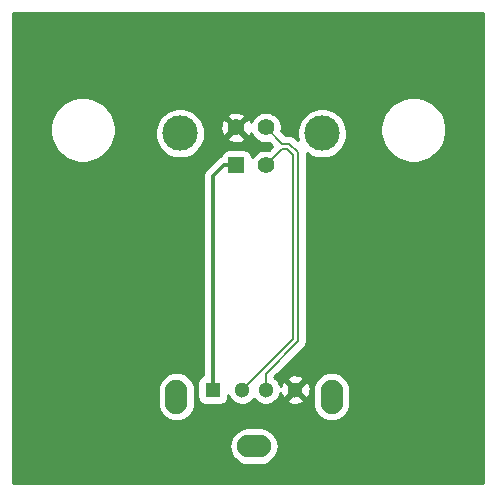
<source format=gbr>
G04 #@! TF.GenerationSoftware,KiCad,Pcbnew,(5.1.4)-1*
G04 #@! TF.CreationDate,2021-04-10T18:28:28-07:00*
G04 #@! TF.ProjectId,front-panel,66726f6e-742d-4706-916e-656c2e6b6963,rev?*
G04 #@! TF.SameCoordinates,Original*
G04 #@! TF.FileFunction,Copper,L1,Top*
G04 #@! TF.FilePolarity,Positive*
%FSLAX46Y46*%
G04 Gerber Fmt 4.6, Leading zero omitted, Abs format (unit mm)*
G04 Created by KiCad (PCBNEW (5.1.4)-1) date 2021-04-10 18:28:28*
%MOMM*%
%LPD*%
G04 APERTURE LIST*
%ADD10O,2.900000X1.900000*%
%ADD11O,1.900000X2.900000*%
%ADD12C,1.300000*%
%ADD13R,1.300000X1.300000*%
%ADD14C,1.400000*%
%ADD15C,3.000000*%
%ADD16R,1.400000X1.400000*%
%ADD17C,0.200000*%
%ADD18C,0.375000*%
%ADD19C,0.254000*%
G04 APERTURE END LIST*
D10*
X100500000Y-106780000D03*
D11*
X107070000Y-102600000D03*
X93930000Y-102600000D03*
D12*
X104000000Y-102000000D03*
X101500000Y-102000000D03*
X99500000Y-102000000D03*
D13*
X97000000Y-102000000D03*
D14*
X101500000Y-83000000D03*
D15*
X106270000Y-80290000D03*
D16*
X99000000Y-83000000D03*
D14*
X101500000Y-79800000D03*
X99000000Y-79800000D03*
D15*
X94230000Y-80290000D03*
D17*
X103775000Y-97725000D02*
X99500000Y-102000000D01*
X103775000Y-82093200D02*
X103775000Y-97725000D01*
X103306800Y-81625000D02*
X103775000Y-82093200D01*
X101500000Y-83000000D02*
X102875000Y-81625000D01*
X102875000Y-81625000D02*
X103306800Y-81625000D01*
D18*
X97925000Y-83000000D02*
X97000000Y-83925000D01*
X99000000Y-83000000D02*
X97925000Y-83000000D01*
X97000000Y-83925000D02*
X97000000Y-102000000D01*
D17*
X102875000Y-81175000D02*
X101500000Y-79800000D01*
X103493200Y-81175000D02*
X102875000Y-81175000D01*
X104225000Y-81906800D02*
X103493200Y-81175000D01*
X104225000Y-97911397D02*
X104225000Y-81906800D01*
X101500000Y-102000000D02*
X101500000Y-100636397D01*
X101500000Y-100636397D02*
X104225000Y-97911397D01*
D19*
G36*
X119873000Y-109873000D02*
G01*
X80127000Y-109873000D01*
X80127000Y-106780000D01*
X98407331Y-106780000D01*
X98437934Y-107090714D01*
X98528566Y-107389488D01*
X98675744Y-107664839D01*
X98873813Y-107906187D01*
X99115161Y-108104256D01*
X99390512Y-108251434D01*
X99689286Y-108342066D01*
X99922136Y-108365000D01*
X101077864Y-108365000D01*
X101310714Y-108342066D01*
X101609488Y-108251434D01*
X101884839Y-108104256D01*
X102126187Y-107906187D01*
X102324256Y-107664839D01*
X102471434Y-107389488D01*
X102562066Y-107090714D01*
X102592669Y-106780000D01*
X102562066Y-106469286D01*
X102471434Y-106170512D01*
X102324256Y-105895161D01*
X102126187Y-105653813D01*
X101884839Y-105455744D01*
X101609488Y-105308566D01*
X101310714Y-105217934D01*
X101077864Y-105195000D01*
X99922136Y-105195000D01*
X99689286Y-105217934D01*
X99390512Y-105308566D01*
X99115161Y-105455744D01*
X98873813Y-105653813D01*
X98675744Y-105895161D01*
X98528566Y-106170512D01*
X98437934Y-106469286D01*
X98407331Y-106780000D01*
X80127000Y-106780000D01*
X80127000Y-102022136D01*
X92345000Y-102022136D01*
X92345000Y-103177863D01*
X92367934Y-103410713D01*
X92458566Y-103709487D01*
X92605744Y-103984838D01*
X92803813Y-104226187D01*
X93045161Y-104424256D01*
X93320512Y-104571434D01*
X93619286Y-104662066D01*
X93930000Y-104692669D01*
X94240713Y-104662066D01*
X94539487Y-104571434D01*
X94814838Y-104424256D01*
X95056187Y-104226187D01*
X95254256Y-103984839D01*
X95401434Y-103709488D01*
X95492066Y-103410714D01*
X95515000Y-103177864D01*
X95515000Y-102022136D01*
X95492066Y-101789286D01*
X95401434Y-101490512D01*
X95326329Y-101350000D01*
X95711928Y-101350000D01*
X95711928Y-102650000D01*
X95724188Y-102774482D01*
X95760498Y-102894180D01*
X95819463Y-103004494D01*
X95898815Y-103101185D01*
X95995506Y-103180537D01*
X96105820Y-103239502D01*
X96225518Y-103275812D01*
X96350000Y-103288072D01*
X97650000Y-103288072D01*
X97774482Y-103275812D01*
X97894180Y-103239502D01*
X98004494Y-103180537D01*
X98101185Y-103101185D01*
X98180537Y-103004494D01*
X98239502Y-102894180D01*
X98275812Y-102774482D01*
X98288072Y-102650000D01*
X98288072Y-102432016D01*
X98361247Y-102608676D01*
X98501875Y-102819140D01*
X98680860Y-102998125D01*
X98891324Y-103138753D01*
X99125179Y-103235619D01*
X99373439Y-103285000D01*
X99626561Y-103285000D01*
X99874821Y-103235619D01*
X100108676Y-103138753D01*
X100319140Y-102998125D01*
X100498125Y-102819140D01*
X100500000Y-102816334D01*
X100501875Y-102819140D01*
X100680860Y-102998125D01*
X100891324Y-103138753D01*
X101125179Y-103235619D01*
X101373439Y-103285000D01*
X101626561Y-103285000D01*
X101874821Y-103235619D01*
X102108676Y-103138753D01*
X102319140Y-102998125D01*
X102431738Y-102885527D01*
X103294078Y-102885527D01*
X103347466Y-103114201D01*
X103577374Y-103220095D01*
X103823524Y-103279102D01*
X104076455Y-103288952D01*
X104326449Y-103249270D01*
X104563896Y-103161578D01*
X104652534Y-103114201D01*
X104705922Y-102885527D01*
X104000000Y-102179605D01*
X103294078Y-102885527D01*
X102431738Y-102885527D01*
X102498125Y-102819140D01*
X102638753Y-102608676D01*
X102735619Y-102374821D01*
X102748294Y-102311100D01*
X102750730Y-102326449D01*
X102838422Y-102563896D01*
X102885799Y-102652534D01*
X103114473Y-102705922D01*
X103820395Y-102000000D01*
X104179605Y-102000000D01*
X104885527Y-102705922D01*
X105114201Y-102652534D01*
X105220095Y-102422626D01*
X105279102Y-102176476D01*
X105285112Y-102022137D01*
X105485000Y-102022137D01*
X105485000Y-103177864D01*
X105507934Y-103410714D01*
X105598566Y-103709488D01*
X105745744Y-103984839D01*
X105943814Y-104226187D01*
X106185162Y-104424256D01*
X106460513Y-104571434D01*
X106759287Y-104662066D01*
X107070000Y-104692669D01*
X107380714Y-104662066D01*
X107679488Y-104571434D01*
X107954839Y-104424256D01*
X108196187Y-104226187D01*
X108394256Y-103984839D01*
X108541434Y-103709488D01*
X108632066Y-103410714D01*
X108655000Y-103177864D01*
X108655000Y-102022136D01*
X108632066Y-101789286D01*
X108541434Y-101490512D01*
X108394256Y-101215161D01*
X108196187Y-100973813D01*
X107954838Y-100775744D01*
X107679487Y-100628566D01*
X107380713Y-100537934D01*
X107070000Y-100507331D01*
X106759286Y-100537934D01*
X106460512Y-100628566D01*
X106185161Y-100775744D01*
X105943813Y-100973813D01*
X105745744Y-101215162D01*
X105598566Y-101490513D01*
X105507934Y-101789287D01*
X105485000Y-102022137D01*
X105285112Y-102022137D01*
X105288952Y-101923545D01*
X105249270Y-101673551D01*
X105161578Y-101436104D01*
X105114201Y-101347466D01*
X104885527Y-101294078D01*
X104179605Y-102000000D01*
X103820395Y-102000000D01*
X103114473Y-101294078D01*
X102885799Y-101347466D01*
X102779905Y-101577374D01*
X102750505Y-101700017D01*
X102735619Y-101625179D01*
X102638753Y-101391324D01*
X102498125Y-101180860D01*
X102431738Y-101114473D01*
X103294078Y-101114473D01*
X104000000Y-101820395D01*
X104705922Y-101114473D01*
X104652534Y-100885799D01*
X104422626Y-100779905D01*
X104176476Y-100720898D01*
X103923545Y-100711048D01*
X103673551Y-100750730D01*
X103436104Y-100838422D01*
X103347466Y-100885799D01*
X103294078Y-101114473D01*
X102431738Y-101114473D01*
X102319140Y-101001875D01*
X102235000Y-100945654D01*
X102235000Y-100940843D01*
X104719197Y-98456647D01*
X104747237Y-98433635D01*
X104770250Y-98405594D01*
X104770253Y-98405591D01*
X104795117Y-98375294D01*
X104839087Y-98321717D01*
X104907337Y-98194030D01*
X104949365Y-98055482D01*
X104960000Y-97947502D01*
X104960000Y-97947501D01*
X104963556Y-97911397D01*
X104960000Y-97875292D01*
X104960000Y-81982429D01*
X105258698Y-82182012D01*
X105647244Y-82342953D01*
X106059721Y-82425000D01*
X106480279Y-82425000D01*
X106892756Y-82342953D01*
X107281302Y-82182012D01*
X107630983Y-81948363D01*
X107928363Y-81650983D01*
X108162012Y-81301302D01*
X108322953Y-80912756D01*
X108405000Y-80500279D01*
X108405000Y-80079721D01*
X108334581Y-79725701D01*
X111215000Y-79725701D01*
X111215000Y-80274299D01*
X111322026Y-80812354D01*
X111531965Y-81319192D01*
X111836750Y-81775334D01*
X112224666Y-82163250D01*
X112680808Y-82468035D01*
X113187646Y-82677974D01*
X113725701Y-82785000D01*
X114274299Y-82785000D01*
X114812354Y-82677974D01*
X115319192Y-82468035D01*
X115775334Y-82163250D01*
X116163250Y-81775334D01*
X116468035Y-81319192D01*
X116677974Y-80812354D01*
X116785000Y-80274299D01*
X116785000Y-79725701D01*
X116677974Y-79187646D01*
X116468035Y-78680808D01*
X116163250Y-78224666D01*
X115775334Y-77836750D01*
X115319192Y-77531965D01*
X114812354Y-77322026D01*
X114274299Y-77215000D01*
X113725701Y-77215000D01*
X113187646Y-77322026D01*
X112680808Y-77531965D01*
X112224666Y-77836750D01*
X111836750Y-78224666D01*
X111531965Y-78680808D01*
X111322026Y-79187646D01*
X111215000Y-79725701D01*
X108334581Y-79725701D01*
X108322953Y-79667244D01*
X108162012Y-79278698D01*
X107928363Y-78929017D01*
X107630983Y-78631637D01*
X107281302Y-78397988D01*
X106892756Y-78237047D01*
X106480279Y-78155000D01*
X106059721Y-78155000D01*
X105647244Y-78237047D01*
X105258698Y-78397988D01*
X104909017Y-78631637D01*
X104611637Y-78929017D01*
X104377988Y-79278698D01*
X104217047Y-79667244D01*
X104135000Y-80079721D01*
X104135000Y-80500279D01*
X104203799Y-80846152D01*
X104038458Y-80680812D01*
X104015438Y-80652762D01*
X103903520Y-80560913D01*
X103775833Y-80492663D01*
X103637285Y-80450635D01*
X103529305Y-80440000D01*
X103493200Y-80436444D01*
X103457095Y-80440000D01*
X103179447Y-80440000D01*
X102807779Y-80068333D01*
X102835000Y-79931486D01*
X102835000Y-79668514D01*
X102783696Y-79410595D01*
X102683061Y-79167641D01*
X102536962Y-78948987D01*
X102351013Y-78763038D01*
X102132359Y-78616939D01*
X101889405Y-78516304D01*
X101631486Y-78465000D01*
X101368514Y-78465000D01*
X101110595Y-78516304D01*
X100867641Y-78616939D01*
X100648987Y-78763038D01*
X100463038Y-78948987D01*
X100316939Y-79167641D01*
X100249639Y-79330118D01*
X100208935Y-79218634D01*
X100155037Y-79117797D01*
X99921269Y-79058336D01*
X99179605Y-79800000D01*
X99921269Y-80541664D01*
X100155037Y-80482203D01*
X100251592Y-80274596D01*
X100316939Y-80432359D01*
X100463038Y-80651013D01*
X100648987Y-80836962D01*
X100867641Y-80983061D01*
X101110595Y-81083696D01*
X101368514Y-81135000D01*
X101631486Y-81135000D01*
X101768333Y-81107779D01*
X102060553Y-81400000D01*
X101768333Y-81692221D01*
X101631486Y-81665000D01*
X101368514Y-81665000D01*
X101110595Y-81716304D01*
X100867641Y-81816939D01*
X100648987Y-81963038D01*
X100463038Y-82148987D01*
X100338072Y-82336013D01*
X100338072Y-82300000D01*
X100325812Y-82175518D01*
X100289502Y-82055820D01*
X100230537Y-81945506D01*
X100151185Y-81848815D01*
X100054494Y-81769463D01*
X99944180Y-81710498D01*
X99824482Y-81674188D01*
X99700000Y-81661928D01*
X98300000Y-81661928D01*
X98175518Y-81674188D01*
X98055820Y-81710498D01*
X97945506Y-81769463D01*
X97848815Y-81848815D01*
X97769463Y-81945506D01*
X97710498Y-82055820D01*
X97674188Y-82175518D01*
X97670020Y-82217838D01*
X97608720Y-82236433D01*
X97465833Y-82312808D01*
X97399019Y-82367641D01*
X97340591Y-82415591D01*
X97314839Y-82446970D01*
X96446975Y-83314835D01*
X96415591Y-83340591D01*
X96312808Y-83465834D01*
X96266201Y-83553030D01*
X96236433Y-83608721D01*
X96189402Y-83763762D01*
X96173521Y-83925000D01*
X96177500Y-83965398D01*
X96177501Y-100738754D01*
X96105820Y-100760498D01*
X95995506Y-100819463D01*
X95898815Y-100898815D01*
X95819463Y-100995506D01*
X95760498Y-101105820D01*
X95724188Y-101225518D01*
X95711928Y-101350000D01*
X95326329Y-101350000D01*
X95254256Y-101215161D01*
X95056187Y-100973813D01*
X94814839Y-100775744D01*
X94539488Y-100628566D01*
X94240714Y-100537934D01*
X93930000Y-100507331D01*
X93619287Y-100537934D01*
X93320513Y-100628566D01*
X93045162Y-100775744D01*
X92803814Y-100973813D01*
X92605744Y-101215161D01*
X92458566Y-101490512D01*
X92367934Y-101789286D01*
X92345000Y-102022136D01*
X80127000Y-102022136D01*
X80127000Y-79725701D01*
X83215000Y-79725701D01*
X83215000Y-80274299D01*
X83322026Y-80812354D01*
X83531965Y-81319192D01*
X83836750Y-81775334D01*
X84224666Y-82163250D01*
X84680808Y-82468035D01*
X85187646Y-82677974D01*
X85725701Y-82785000D01*
X86274299Y-82785000D01*
X86812354Y-82677974D01*
X87319192Y-82468035D01*
X87775334Y-82163250D01*
X88163250Y-81775334D01*
X88468035Y-81319192D01*
X88677974Y-80812354D01*
X88785000Y-80274299D01*
X88785000Y-80079721D01*
X92095000Y-80079721D01*
X92095000Y-80500279D01*
X92177047Y-80912756D01*
X92337988Y-81301302D01*
X92571637Y-81650983D01*
X92869017Y-81948363D01*
X93218698Y-82182012D01*
X93607244Y-82342953D01*
X94019721Y-82425000D01*
X94440279Y-82425000D01*
X94852756Y-82342953D01*
X95241302Y-82182012D01*
X95590983Y-81948363D01*
X95888363Y-81650983D01*
X96122012Y-81301302D01*
X96282953Y-80912756D01*
X96321042Y-80721269D01*
X98258336Y-80721269D01*
X98317797Y-80955037D01*
X98556242Y-81065934D01*
X98811740Y-81128183D01*
X99074473Y-81139390D01*
X99334344Y-81099125D01*
X99581366Y-81008935D01*
X99682203Y-80955037D01*
X99741664Y-80721269D01*
X99000000Y-79979605D01*
X98258336Y-80721269D01*
X96321042Y-80721269D01*
X96365000Y-80500279D01*
X96365000Y-80079721D01*
X96324174Y-79874473D01*
X97660610Y-79874473D01*
X97700875Y-80134344D01*
X97791065Y-80381366D01*
X97844963Y-80482203D01*
X98078731Y-80541664D01*
X98820395Y-79800000D01*
X98078731Y-79058336D01*
X97844963Y-79117797D01*
X97734066Y-79356242D01*
X97671817Y-79611740D01*
X97660610Y-79874473D01*
X96324174Y-79874473D01*
X96282953Y-79667244D01*
X96122012Y-79278698D01*
X95888363Y-78929017D01*
X95838077Y-78878731D01*
X98258336Y-78878731D01*
X99000000Y-79620395D01*
X99741664Y-78878731D01*
X99682203Y-78644963D01*
X99443758Y-78534066D01*
X99188260Y-78471817D01*
X98925527Y-78460610D01*
X98665656Y-78500875D01*
X98418634Y-78591065D01*
X98317797Y-78644963D01*
X98258336Y-78878731D01*
X95838077Y-78878731D01*
X95590983Y-78631637D01*
X95241302Y-78397988D01*
X94852756Y-78237047D01*
X94440279Y-78155000D01*
X94019721Y-78155000D01*
X93607244Y-78237047D01*
X93218698Y-78397988D01*
X92869017Y-78631637D01*
X92571637Y-78929017D01*
X92337988Y-79278698D01*
X92177047Y-79667244D01*
X92095000Y-80079721D01*
X88785000Y-80079721D01*
X88785000Y-79725701D01*
X88677974Y-79187646D01*
X88468035Y-78680808D01*
X88163250Y-78224666D01*
X87775334Y-77836750D01*
X87319192Y-77531965D01*
X86812354Y-77322026D01*
X86274299Y-77215000D01*
X85725701Y-77215000D01*
X85187646Y-77322026D01*
X84680808Y-77531965D01*
X84224666Y-77836750D01*
X83836750Y-78224666D01*
X83531965Y-78680808D01*
X83322026Y-79187646D01*
X83215000Y-79725701D01*
X80127000Y-79725701D01*
X80127000Y-70127000D01*
X119873000Y-70127000D01*
X119873000Y-109873000D01*
X119873000Y-109873000D01*
G37*
X119873000Y-109873000D02*
X80127000Y-109873000D01*
X80127000Y-106780000D01*
X98407331Y-106780000D01*
X98437934Y-107090714D01*
X98528566Y-107389488D01*
X98675744Y-107664839D01*
X98873813Y-107906187D01*
X99115161Y-108104256D01*
X99390512Y-108251434D01*
X99689286Y-108342066D01*
X99922136Y-108365000D01*
X101077864Y-108365000D01*
X101310714Y-108342066D01*
X101609488Y-108251434D01*
X101884839Y-108104256D01*
X102126187Y-107906187D01*
X102324256Y-107664839D01*
X102471434Y-107389488D01*
X102562066Y-107090714D01*
X102592669Y-106780000D01*
X102562066Y-106469286D01*
X102471434Y-106170512D01*
X102324256Y-105895161D01*
X102126187Y-105653813D01*
X101884839Y-105455744D01*
X101609488Y-105308566D01*
X101310714Y-105217934D01*
X101077864Y-105195000D01*
X99922136Y-105195000D01*
X99689286Y-105217934D01*
X99390512Y-105308566D01*
X99115161Y-105455744D01*
X98873813Y-105653813D01*
X98675744Y-105895161D01*
X98528566Y-106170512D01*
X98437934Y-106469286D01*
X98407331Y-106780000D01*
X80127000Y-106780000D01*
X80127000Y-102022136D01*
X92345000Y-102022136D01*
X92345000Y-103177863D01*
X92367934Y-103410713D01*
X92458566Y-103709487D01*
X92605744Y-103984838D01*
X92803813Y-104226187D01*
X93045161Y-104424256D01*
X93320512Y-104571434D01*
X93619286Y-104662066D01*
X93930000Y-104692669D01*
X94240713Y-104662066D01*
X94539487Y-104571434D01*
X94814838Y-104424256D01*
X95056187Y-104226187D01*
X95254256Y-103984839D01*
X95401434Y-103709488D01*
X95492066Y-103410714D01*
X95515000Y-103177864D01*
X95515000Y-102022136D01*
X95492066Y-101789286D01*
X95401434Y-101490512D01*
X95326329Y-101350000D01*
X95711928Y-101350000D01*
X95711928Y-102650000D01*
X95724188Y-102774482D01*
X95760498Y-102894180D01*
X95819463Y-103004494D01*
X95898815Y-103101185D01*
X95995506Y-103180537D01*
X96105820Y-103239502D01*
X96225518Y-103275812D01*
X96350000Y-103288072D01*
X97650000Y-103288072D01*
X97774482Y-103275812D01*
X97894180Y-103239502D01*
X98004494Y-103180537D01*
X98101185Y-103101185D01*
X98180537Y-103004494D01*
X98239502Y-102894180D01*
X98275812Y-102774482D01*
X98288072Y-102650000D01*
X98288072Y-102432016D01*
X98361247Y-102608676D01*
X98501875Y-102819140D01*
X98680860Y-102998125D01*
X98891324Y-103138753D01*
X99125179Y-103235619D01*
X99373439Y-103285000D01*
X99626561Y-103285000D01*
X99874821Y-103235619D01*
X100108676Y-103138753D01*
X100319140Y-102998125D01*
X100498125Y-102819140D01*
X100500000Y-102816334D01*
X100501875Y-102819140D01*
X100680860Y-102998125D01*
X100891324Y-103138753D01*
X101125179Y-103235619D01*
X101373439Y-103285000D01*
X101626561Y-103285000D01*
X101874821Y-103235619D01*
X102108676Y-103138753D01*
X102319140Y-102998125D01*
X102431738Y-102885527D01*
X103294078Y-102885527D01*
X103347466Y-103114201D01*
X103577374Y-103220095D01*
X103823524Y-103279102D01*
X104076455Y-103288952D01*
X104326449Y-103249270D01*
X104563896Y-103161578D01*
X104652534Y-103114201D01*
X104705922Y-102885527D01*
X104000000Y-102179605D01*
X103294078Y-102885527D01*
X102431738Y-102885527D01*
X102498125Y-102819140D01*
X102638753Y-102608676D01*
X102735619Y-102374821D01*
X102748294Y-102311100D01*
X102750730Y-102326449D01*
X102838422Y-102563896D01*
X102885799Y-102652534D01*
X103114473Y-102705922D01*
X103820395Y-102000000D01*
X104179605Y-102000000D01*
X104885527Y-102705922D01*
X105114201Y-102652534D01*
X105220095Y-102422626D01*
X105279102Y-102176476D01*
X105285112Y-102022137D01*
X105485000Y-102022137D01*
X105485000Y-103177864D01*
X105507934Y-103410714D01*
X105598566Y-103709488D01*
X105745744Y-103984839D01*
X105943814Y-104226187D01*
X106185162Y-104424256D01*
X106460513Y-104571434D01*
X106759287Y-104662066D01*
X107070000Y-104692669D01*
X107380714Y-104662066D01*
X107679488Y-104571434D01*
X107954839Y-104424256D01*
X108196187Y-104226187D01*
X108394256Y-103984839D01*
X108541434Y-103709488D01*
X108632066Y-103410714D01*
X108655000Y-103177864D01*
X108655000Y-102022136D01*
X108632066Y-101789286D01*
X108541434Y-101490512D01*
X108394256Y-101215161D01*
X108196187Y-100973813D01*
X107954838Y-100775744D01*
X107679487Y-100628566D01*
X107380713Y-100537934D01*
X107070000Y-100507331D01*
X106759286Y-100537934D01*
X106460512Y-100628566D01*
X106185161Y-100775744D01*
X105943813Y-100973813D01*
X105745744Y-101215162D01*
X105598566Y-101490513D01*
X105507934Y-101789287D01*
X105485000Y-102022137D01*
X105285112Y-102022137D01*
X105288952Y-101923545D01*
X105249270Y-101673551D01*
X105161578Y-101436104D01*
X105114201Y-101347466D01*
X104885527Y-101294078D01*
X104179605Y-102000000D01*
X103820395Y-102000000D01*
X103114473Y-101294078D01*
X102885799Y-101347466D01*
X102779905Y-101577374D01*
X102750505Y-101700017D01*
X102735619Y-101625179D01*
X102638753Y-101391324D01*
X102498125Y-101180860D01*
X102431738Y-101114473D01*
X103294078Y-101114473D01*
X104000000Y-101820395D01*
X104705922Y-101114473D01*
X104652534Y-100885799D01*
X104422626Y-100779905D01*
X104176476Y-100720898D01*
X103923545Y-100711048D01*
X103673551Y-100750730D01*
X103436104Y-100838422D01*
X103347466Y-100885799D01*
X103294078Y-101114473D01*
X102431738Y-101114473D01*
X102319140Y-101001875D01*
X102235000Y-100945654D01*
X102235000Y-100940843D01*
X104719197Y-98456647D01*
X104747237Y-98433635D01*
X104770250Y-98405594D01*
X104770253Y-98405591D01*
X104795117Y-98375294D01*
X104839087Y-98321717D01*
X104907337Y-98194030D01*
X104949365Y-98055482D01*
X104960000Y-97947502D01*
X104960000Y-97947501D01*
X104963556Y-97911397D01*
X104960000Y-97875292D01*
X104960000Y-81982429D01*
X105258698Y-82182012D01*
X105647244Y-82342953D01*
X106059721Y-82425000D01*
X106480279Y-82425000D01*
X106892756Y-82342953D01*
X107281302Y-82182012D01*
X107630983Y-81948363D01*
X107928363Y-81650983D01*
X108162012Y-81301302D01*
X108322953Y-80912756D01*
X108405000Y-80500279D01*
X108405000Y-80079721D01*
X108334581Y-79725701D01*
X111215000Y-79725701D01*
X111215000Y-80274299D01*
X111322026Y-80812354D01*
X111531965Y-81319192D01*
X111836750Y-81775334D01*
X112224666Y-82163250D01*
X112680808Y-82468035D01*
X113187646Y-82677974D01*
X113725701Y-82785000D01*
X114274299Y-82785000D01*
X114812354Y-82677974D01*
X115319192Y-82468035D01*
X115775334Y-82163250D01*
X116163250Y-81775334D01*
X116468035Y-81319192D01*
X116677974Y-80812354D01*
X116785000Y-80274299D01*
X116785000Y-79725701D01*
X116677974Y-79187646D01*
X116468035Y-78680808D01*
X116163250Y-78224666D01*
X115775334Y-77836750D01*
X115319192Y-77531965D01*
X114812354Y-77322026D01*
X114274299Y-77215000D01*
X113725701Y-77215000D01*
X113187646Y-77322026D01*
X112680808Y-77531965D01*
X112224666Y-77836750D01*
X111836750Y-78224666D01*
X111531965Y-78680808D01*
X111322026Y-79187646D01*
X111215000Y-79725701D01*
X108334581Y-79725701D01*
X108322953Y-79667244D01*
X108162012Y-79278698D01*
X107928363Y-78929017D01*
X107630983Y-78631637D01*
X107281302Y-78397988D01*
X106892756Y-78237047D01*
X106480279Y-78155000D01*
X106059721Y-78155000D01*
X105647244Y-78237047D01*
X105258698Y-78397988D01*
X104909017Y-78631637D01*
X104611637Y-78929017D01*
X104377988Y-79278698D01*
X104217047Y-79667244D01*
X104135000Y-80079721D01*
X104135000Y-80500279D01*
X104203799Y-80846152D01*
X104038458Y-80680812D01*
X104015438Y-80652762D01*
X103903520Y-80560913D01*
X103775833Y-80492663D01*
X103637285Y-80450635D01*
X103529305Y-80440000D01*
X103493200Y-80436444D01*
X103457095Y-80440000D01*
X103179447Y-80440000D01*
X102807779Y-80068333D01*
X102835000Y-79931486D01*
X102835000Y-79668514D01*
X102783696Y-79410595D01*
X102683061Y-79167641D01*
X102536962Y-78948987D01*
X102351013Y-78763038D01*
X102132359Y-78616939D01*
X101889405Y-78516304D01*
X101631486Y-78465000D01*
X101368514Y-78465000D01*
X101110595Y-78516304D01*
X100867641Y-78616939D01*
X100648987Y-78763038D01*
X100463038Y-78948987D01*
X100316939Y-79167641D01*
X100249639Y-79330118D01*
X100208935Y-79218634D01*
X100155037Y-79117797D01*
X99921269Y-79058336D01*
X99179605Y-79800000D01*
X99921269Y-80541664D01*
X100155037Y-80482203D01*
X100251592Y-80274596D01*
X100316939Y-80432359D01*
X100463038Y-80651013D01*
X100648987Y-80836962D01*
X100867641Y-80983061D01*
X101110595Y-81083696D01*
X101368514Y-81135000D01*
X101631486Y-81135000D01*
X101768333Y-81107779D01*
X102060553Y-81400000D01*
X101768333Y-81692221D01*
X101631486Y-81665000D01*
X101368514Y-81665000D01*
X101110595Y-81716304D01*
X100867641Y-81816939D01*
X100648987Y-81963038D01*
X100463038Y-82148987D01*
X100338072Y-82336013D01*
X100338072Y-82300000D01*
X100325812Y-82175518D01*
X100289502Y-82055820D01*
X100230537Y-81945506D01*
X100151185Y-81848815D01*
X100054494Y-81769463D01*
X99944180Y-81710498D01*
X99824482Y-81674188D01*
X99700000Y-81661928D01*
X98300000Y-81661928D01*
X98175518Y-81674188D01*
X98055820Y-81710498D01*
X97945506Y-81769463D01*
X97848815Y-81848815D01*
X97769463Y-81945506D01*
X97710498Y-82055820D01*
X97674188Y-82175518D01*
X97670020Y-82217838D01*
X97608720Y-82236433D01*
X97465833Y-82312808D01*
X97399019Y-82367641D01*
X97340591Y-82415591D01*
X97314839Y-82446970D01*
X96446975Y-83314835D01*
X96415591Y-83340591D01*
X96312808Y-83465834D01*
X96266201Y-83553030D01*
X96236433Y-83608721D01*
X96189402Y-83763762D01*
X96173521Y-83925000D01*
X96177500Y-83965398D01*
X96177501Y-100738754D01*
X96105820Y-100760498D01*
X95995506Y-100819463D01*
X95898815Y-100898815D01*
X95819463Y-100995506D01*
X95760498Y-101105820D01*
X95724188Y-101225518D01*
X95711928Y-101350000D01*
X95326329Y-101350000D01*
X95254256Y-101215161D01*
X95056187Y-100973813D01*
X94814839Y-100775744D01*
X94539488Y-100628566D01*
X94240714Y-100537934D01*
X93930000Y-100507331D01*
X93619287Y-100537934D01*
X93320513Y-100628566D01*
X93045162Y-100775744D01*
X92803814Y-100973813D01*
X92605744Y-101215161D01*
X92458566Y-101490512D01*
X92367934Y-101789286D01*
X92345000Y-102022136D01*
X80127000Y-102022136D01*
X80127000Y-79725701D01*
X83215000Y-79725701D01*
X83215000Y-80274299D01*
X83322026Y-80812354D01*
X83531965Y-81319192D01*
X83836750Y-81775334D01*
X84224666Y-82163250D01*
X84680808Y-82468035D01*
X85187646Y-82677974D01*
X85725701Y-82785000D01*
X86274299Y-82785000D01*
X86812354Y-82677974D01*
X87319192Y-82468035D01*
X87775334Y-82163250D01*
X88163250Y-81775334D01*
X88468035Y-81319192D01*
X88677974Y-80812354D01*
X88785000Y-80274299D01*
X88785000Y-80079721D01*
X92095000Y-80079721D01*
X92095000Y-80500279D01*
X92177047Y-80912756D01*
X92337988Y-81301302D01*
X92571637Y-81650983D01*
X92869017Y-81948363D01*
X93218698Y-82182012D01*
X93607244Y-82342953D01*
X94019721Y-82425000D01*
X94440279Y-82425000D01*
X94852756Y-82342953D01*
X95241302Y-82182012D01*
X95590983Y-81948363D01*
X95888363Y-81650983D01*
X96122012Y-81301302D01*
X96282953Y-80912756D01*
X96321042Y-80721269D01*
X98258336Y-80721269D01*
X98317797Y-80955037D01*
X98556242Y-81065934D01*
X98811740Y-81128183D01*
X99074473Y-81139390D01*
X99334344Y-81099125D01*
X99581366Y-81008935D01*
X99682203Y-80955037D01*
X99741664Y-80721269D01*
X99000000Y-79979605D01*
X98258336Y-80721269D01*
X96321042Y-80721269D01*
X96365000Y-80500279D01*
X96365000Y-80079721D01*
X96324174Y-79874473D01*
X97660610Y-79874473D01*
X97700875Y-80134344D01*
X97791065Y-80381366D01*
X97844963Y-80482203D01*
X98078731Y-80541664D01*
X98820395Y-79800000D01*
X98078731Y-79058336D01*
X97844963Y-79117797D01*
X97734066Y-79356242D01*
X97671817Y-79611740D01*
X97660610Y-79874473D01*
X96324174Y-79874473D01*
X96282953Y-79667244D01*
X96122012Y-79278698D01*
X95888363Y-78929017D01*
X95838077Y-78878731D01*
X98258336Y-78878731D01*
X99000000Y-79620395D01*
X99741664Y-78878731D01*
X99682203Y-78644963D01*
X99443758Y-78534066D01*
X99188260Y-78471817D01*
X98925527Y-78460610D01*
X98665656Y-78500875D01*
X98418634Y-78591065D01*
X98317797Y-78644963D01*
X98258336Y-78878731D01*
X95838077Y-78878731D01*
X95590983Y-78631637D01*
X95241302Y-78397988D01*
X94852756Y-78237047D01*
X94440279Y-78155000D01*
X94019721Y-78155000D01*
X93607244Y-78237047D01*
X93218698Y-78397988D01*
X92869017Y-78631637D01*
X92571637Y-78929017D01*
X92337988Y-79278698D01*
X92177047Y-79667244D01*
X92095000Y-80079721D01*
X88785000Y-80079721D01*
X88785000Y-79725701D01*
X88677974Y-79187646D01*
X88468035Y-78680808D01*
X88163250Y-78224666D01*
X87775334Y-77836750D01*
X87319192Y-77531965D01*
X86812354Y-77322026D01*
X86274299Y-77215000D01*
X85725701Y-77215000D01*
X85187646Y-77322026D01*
X84680808Y-77531965D01*
X84224666Y-77836750D01*
X83836750Y-78224666D01*
X83531965Y-78680808D01*
X83322026Y-79187646D01*
X83215000Y-79725701D01*
X80127000Y-79725701D01*
X80127000Y-70127000D01*
X119873000Y-70127000D01*
X119873000Y-109873000D01*
M02*

</source>
